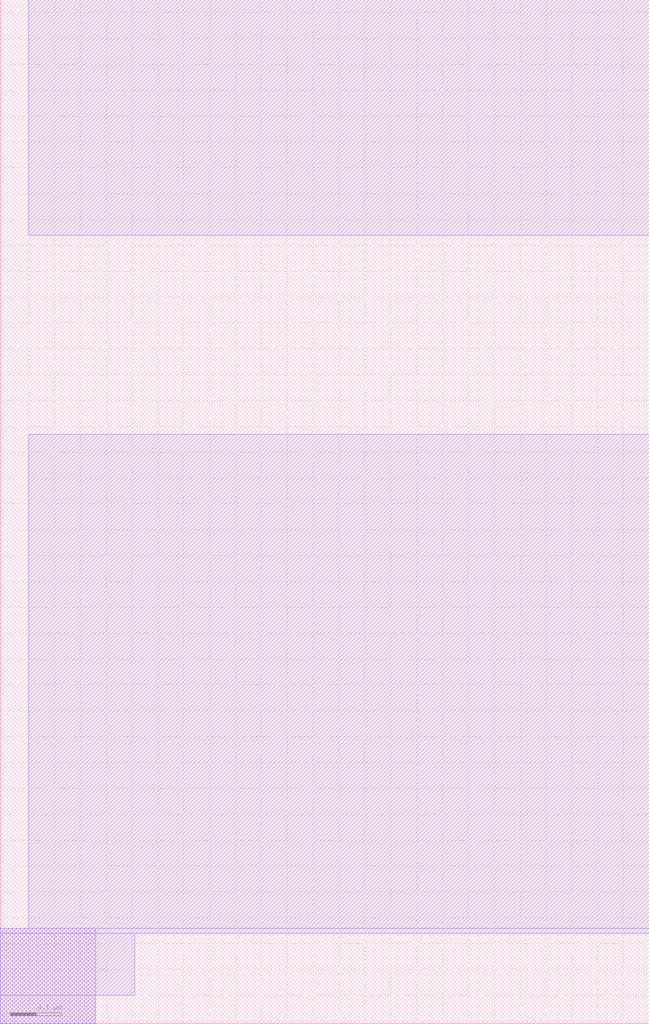
<source format=lef>
# Copyright 2020 The SkyWater PDK Authors
#
# Licensed under the Apache License, Version 2.0 (the "License");
# you may not use this file except in compliance with the License.
# You may obtain a copy of the License at
#
#     https://www.apache.org/licenses/LICENSE-2.0
#
# Unless required by applicable law or agreed to in writing, software
# distributed under the License is distributed on an "AS IS" BASIS,
# WITHOUT WARRANTIES OR CONDITIONS OF ANY KIND, either express or implied.
# See the License for the specific language governing permissions and
# limitations under the License.
#
# SPDX-License-Identifier: Apache-2.0

VERSION 5.7 ;
  NOWIREEXTENSIONATPIN ON ;
  DIVIDERCHAR "/" ;
  BUSBITCHARS "[]" ;
MACRO sky130_fd_bd_sram__sram_dp_colend_half_met23_optd
  CLASS BLOCK ;
  FOREIGN sky130_fd_bd_sram__sram_dp_colend_half_met23_optd ;
  ORIGIN  0.055000  0.055000 ;
  SIZE  1.255000 BY  1.980000 ;
  OBS
    LAYER met1 ;
      RECT -0.055000 -0.055000 0.130000 0.130000 ;
    LAYER met2 ;
      RECT -0.055000 -0.055000 0.130000 0.000000 ;
      RECT -0.055000  0.000000 0.205000 0.120000 ;
      RECT -0.055000  0.120000 1.200000 0.130000 ;
      RECT  0.000000  0.130000 1.200000 1.085000 ;
      RECT  0.000000  1.470000 1.200000 1.925000 ;
  END
END sky130_fd_bd_sram__sram_dp_colend_half_met23_optd
END LIBRARY

</source>
